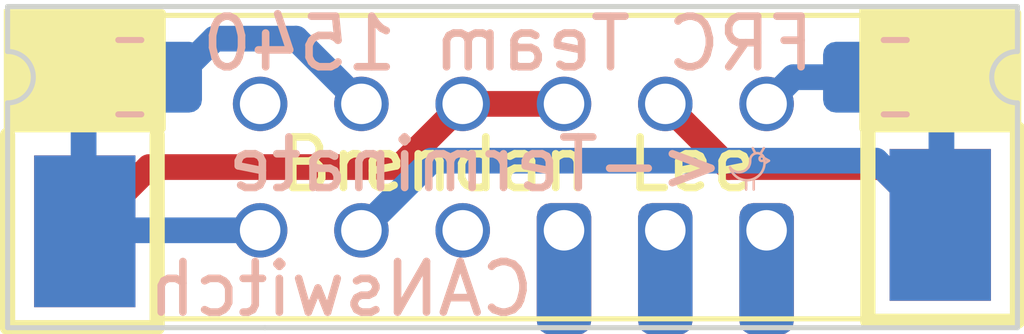
<source format=kicad_pcb>
(kicad_pcb (version 20221018) (generator pcbnew)
  (layers (0 "F.Cu" signal) (31 "B.Cu" signal) (34 "B.Paste" user) (35 "F.Paste" user) (36 "B.SilkS" user "B.Silkscreen") (37 "F.SilkS" user "F.Silkscreen") (38 "B.Mask" user) (39 "F.Mask" user) (44 "Edge.Cuts" user))
  (net 0 "")
  (net 1 "Net-(J2-Pin_1)")
  (net 2 "Net-(J2-Pin_2)")
  (net 8 "Net-(SW1A-B)")
  (net 9 "Net-(J1-Pin_2)")
  (net 10 "Net-(J1-Pin_1)")
  (net 11 "Net-(SW1B-C)")
  (footprint "Button_Switch_THT:★MFS401N−2−Z" (layer "F.Cu") (at 191.596 39.624)
    (fp_text reference "SW1" hide)
    (fp_text value "~" hide)
    (fp_line (start -7 -3) (end 7 -3) (stroke (width 0.1)) (layer "F.SilkS"))
    (fp_line (start -7 3) (end -7 -3) (stroke (width 0.1)) (layer "F.SilkS"))
    (fp_line (start 7 -3) (end 7 3) (stroke (width 0.1)) (layer "F.SilkS"))
    (fp_line (start 7 3) (end -7 3) (stroke (width 0.1)) (layer "F.SilkS"))
    (pad "1" thru_hole circle (at -5 -1.25) (size 1.0762 1.0762) (drill 0.8) (layers "*.Cu" "*.Mask"))
    (pad "2" thru_hole circle (at -3 -1.25) (size 1.0762 1.0762) (drill 0.8) (layers "*.Cu" "*.Mask") (net 8 "Net-(SW1A-B)"))
    (pad "3" thru_hole circle (at -1 -1.25) (size 1.0762 1.0762) (drill 0.8) (layers "*.Cu" "*.Mask") (net 2 "Net-(J2-Pin_2)"))
    (pad "4" thru_hole circle (at 1 -1.25) (size 1.0762 1.0762) (drill 0.8) (layers "*.Cu" "*.Mask") (net 2 "Net-(J2-Pin_2)"))
    (pad "5" thru_hole circle (at 3 -1.25) (size 1.0762 1.0762) (drill 0.8) (layers "*.Cu" "*.Mask") (net 9 "Net-(J1-Pin_2)"))
    (pad "6" thru_hole circle (at 5 -1.25) (size 1.0762 1.0762) (drill 0.8) (layers "*.Cu" "*.Mask") (net 11 "Net-(SW1B-C)"))
    (pad "7" thru_hole circle (at -5 1.25) (size 1.0762 1.0762) (drill 0.8) (layers "*.Cu" "*.Mask") (net 1 "Net-(J2-Pin_1)"))
    (pad "8" thru_hole circle (at -3 1.25) (size 1.0762 1.0762) (drill 0.8) (layers "*.Cu" "*.Mask") (net 10 "Net-(J1-Pin_1)"))
    (pad "9" thru_hole circle (at -1 1.25) (size 1.0762 1.0762) (drill 0.8) (layers "*.Cu" "*.Mask"))
    (pad "10" thru_hole roundrect (at 1 1.25) (size 1.0762 2.6002) (drill 0.8 (offset 0 0.762)) (layers "*.Cu" "*.Mask"))
    (pad "11" thru_hole roundrect (at 3 1.25) (size 1.0762 2.6002) (drill 0.8 (offset 0 0.762)) (layers "*.Cu" "*.Mask"))
    (pad "12" thru_hole roundrect (at 5 1.25) (size 1.0762 2.6002) (drill 0.8 (offset 0 0.762)) (layers "*.Cu" "*.Mask"))
  )
  (footprint "Library:WirePad2" (layer "B.Cu") (at 200.025 40.767)
    (fp_text reference "J1" hide)
    (fp_text value "Conn_01x02" hide)
    (pad "1" smd rect (at 0 0 180) (size 2 3) (layers "B.Cu" "B.Paste" "B.Mask") (net 10 "Net-(J1-Pin_1)"))
    (pad "2" smd rect (at 0 0 90) (size 3 2) (layers "F.Cu" "F.Paste" "F.Mask") (net 9 "Net-(J1-Pin_2)"))
  )
  (footprint "Resistor_SMD:R_0805_2012Metric" (layer "B.Cu") (at 199.136 37.846 180)
    (fp_text reference "R2" hide)
    (fp_text value "R" hide)
    (fp_line (start -0.227064 -0.735) (end 0.227064 -0.735) (stroke (width 0.12)) (layer "B.SilkS"))
    (fp_line (start -0.227064 0.735) (end 0.227064 0.735) (stroke (width 0.12)) (layer "B.SilkS"))
    (pad "1" smd roundrect (at -0.9125 0 180) (size 1.025 1.4) (layers "B.Cu" "B.Paste" "B.Mask") (roundrect_rratio 0.243902) (net 10 "Net-(J1-Pin_1)"))
    (pad "2" smd roundrect (at 0.9125 0 180) (size 1.025 1.4) (layers "B.Cu" "B.Paste" "B.Mask") (roundrect_rratio 0.243902) (net 11 "Net-(SW1B-C)"))
  )
  (footprint "Library:WirePad2" (layer "B.Cu") (at 183.134 40.894)
    (fp_text reference "J2" hide)
    (fp_text value "Conn_01x02" hide)
    (pad "1" smd rect (at 0 0 180) (size 2 3) (layers "B.Cu" "B.Paste" "B.Mask") (net 1 "Net-(J2-Pin_1)"))
    (pad "2" smd rect (at 0 0 90) (size 3 2) (layers "F.Cu" "F.Paste" "F.Mask") (net 2 "Net-(J2-Pin_2)"))
  )
  (footprint "Resistor_SMD:R_0805_2012Metric" (layer "B.Cu") (at 184.023 37.846 180)
    (fp_text reference "R1" hide)
    (fp_text value "R" hide)
    (fp_line (start -0.227064 -0.735) (end 0.227064 -0.735) (stroke (width 0.12)) (layer "B.SilkS"))
    (fp_line (start -0.227064 0.735) (end 0.227064 0.735) (stroke (width 0.12)) (layer "B.SilkS"))
    (pad "1" smd roundrect (at -0.9125 0 180) (size 1.025 1.4) (layers "B.Cu" "B.Paste" "B.Mask") (roundrect_rratio 0.243902) (net 8 "Net-(SW1A-B)"))
    (pad "2" smd roundrect (at 0.9125 0 180) (size 1.025 1.4) (layers "B.Cu" "B.Paste" "B.Mask") (roundrect_rratio 0.243902) (net 1 "Net-(J2-Pin_1)"))
  )
  (gr_arc (start 196.272 39.493141) (mid 196.124744 39.711962) (end 195.874057 39.629962) (stroke (width 0.05)) (layer "B.SilkS"))
  (gr_arc (start 196.542653 39.441009) (mid 196.304743 39.876646) (end 195.874057 39.629962) (stroke (width 0.05)) (layer "B.SilkS"))
  (gr_circle (center 196.502 39.458) (end 196.462 39.478) (stroke (width 0.05)) (fill none) (layer "B.SilkS"))
  (gr_arc (start 196.272 39.488) (mid 196.412 39.348) (end 196.552 39.488) (stroke (width 0.05)) (layer "B.SilkS"))
  (gr_line (start 196.642 39.498) (end 196.542653 39.441009) (stroke (width 0.05)) (layer "B.SilkS"))
  (gr_line (start 196.562 39.548) (end 196.642 39.498) (stroke (width 0.05)) (layer "B.SilkS"))
  (gr_line (start 196.342 40.068) (end 196.342 39.878) (stroke (width 0.05)) (layer "B.SilkS"))
  (gr_line (start 196.322 39.248) (end 196.372 39.348) (stroke (width 0.05)) (layer "B.SilkS"))
  (gr_line (start 196.542 39.248) (end 196.482 39.348) (stroke (width 0.05)) (layer "B.SilkS"))
  (gr_line (start 196.192 40.068) (end 196.192 39.908) (stroke (width 0.05)) (layer "B.SilkS"))
  (gr_line (start 184.563 42.799) (end 181.61 42.799) (stroke (width 0.3)) (layer "F.SilkS"))
  (gr_line (start 184.563 38.989) (end 184.563 42.799) (stroke (width 0.3)) (layer "F.SilkS"))
  (gr_line (start 198.596 42.672) (end 198.596 38.862) (stroke (width 0.3)) (layer "F.SilkS"))
  (gr_line (start 201.549 42.672) (end 198.596 42.672) (stroke (width 0.3)) (layer "F.SilkS"))
  (gr_rect (start 181.61 36.576) (end 184.658 38.862) (stroke (width 0.15)) (fill solid) (layer "F.SilkS"))
  (gr_rect (start 198.501 36.576) (end 201.549 38.862) (stroke (width 0.15)) (fill solid) (layer "F.SilkS"))
  (gr_line (start 181.61 42.799) (end 181.61 38.989) (stroke (width 0.3)) (layer "F.SilkS"))
  (gr_line (start 201.549 38.862) (end 201.549 42.672) (stroke (width 0.3)) (layer "F.SilkS"))
  (gr_line (start 181.61 36.449) (end 201.549 36.449) (stroke (width 0.1)) (layer "Edge.Cuts"))
  (gr_arc (start 201.549 38.354) (mid 201.041 37.846) (end 201.549 37.338) (stroke (width 0.1)) (layer "Edge.Cuts"))
  (gr_line (start 201.549 36.449) (end 201.549 37.338) (stroke (width 0.1)) (layer "Edge.Cuts"))
  (gr_line (start 201.549 42.799) (end 186.69 42.799) (stroke (width 0.1)) (layer "Edge.Cuts"))
  (gr_line (start 181.61 42.799) (end 181.61 38.354) (stroke (width 0.1)) (layer "Edge.Cuts"))
  (gr_line (start 186.69 42.799) (end 181.61 42.799) (stroke (width 0.1)) (layer "Edge.Cuts"))
  (gr_arc (start 181.61 37.338) (mid 182.118 37.846) (end 181.61 38.354) (stroke (width 0.1)) (layer "Edge.Cuts"))
  (gr_line (start 181.61 37.338) (end 181.61 36.449) (stroke (width 0.1)) (layer "Edge.Cuts"))
  (gr_line (start 201.549 38.354) (end 201.549 42.799) (stroke (width 0.1)) (layer "Edge.Cuts"))
  (gr_text "FRC Team 1540" (at 191.4906 37.7698) (layer "B.SilkS") (effects (font (size 1 1)) (justify bottom mirror)))
  (gr_text "CANswitch" (at 192.0748 42.6212) (layer "B.SilkS") (effects (font (size 1 1)) (justify left bottom mirror)))
  (gr_text "<-Terminate" (at 195.834 40.1574) (layer "B.SilkS") (effects (font (size 1 1)) (justify left bottom mirror)))
  (gr_text "Brendan Lee" (at 191.6938 40.1574) (layer "F.SilkS") (effects (font (size 1 1)) (justify bottom)))
  (segment (start 183.154 40.874) (end 183.134 40.894) (width 0.508) (layer "B.Cu") (net 1))
  (segment (start 183.1105 37.846) (end 183.1105 40.8705) (width 0.508) (layer "B.Cu") (net 1))
  (segment (start 186.596 40.874) (end 183.154 40.874) (width 0.508) (layer "B.Cu") (net 1))
  (segment (start 183.1105 40.8705) (end 183.134 40.894) (width 0.508) (layer "B.Cu") (net 1))
  (segment (start 183.134 40.894) (end 184.404 39.624) (width 0.508) (layer "F.Cu") (net 2))
  (segment (start 184.404 39.624) (end 189.346 39.624) (width 0.508) (layer "F.Cu") (net 2))
  (segment (start 190.596 38.374) (end 192.596 38.374) (width 0.508) (layer "F.Cu") (net 2))
  (segment (start 189.346 39.624) (end 190.596 38.374) (width 0.508) (layer "F.Cu") (net 2))
  (segment (start 185.6975 37.084) (end 187.306 37.084) (width 0.508) (layer "B.Cu") (net 8))
  (segment (start 184.9355 37.846) (end 185.6975 37.084) (width 0.508) (layer "B.Cu") (net 8))
  (segment (start 187.306 37.084) (end 188.596 38.374) (width 0.508) (layer "B.Cu") (net 8))
  (segment (start 194.596 38.374) (end 195.846 39.624) (width 0.508) (layer "F.Cu") (net 9))
  (segment (start 195.846 39.624) (end 198.882 39.624) (width 0.508) (layer "F.Cu") (net 9))
  (segment (start 198.882 39.624) (end 200.025 40.767) (width 0.508) (layer "F.Cu") (net 9))
  (segment (start 189.973 39.497) (end 198.755 39.497) (width 0.508) (layer "B.Cu") (net 10))
  (segment (start 200.0485 37.846) (end 200.0485 40.7435) (width 0.508) (layer "B.Cu") (net 10))
  (segment (start 188.596 40.874) (end 189.973 39.497) (width 0.508) (layer "B.Cu") (net 10))
  (segment (start 198.755 39.497) (end 200.025 40.767) (width 0.508) (layer "B.Cu") (net 10))
  (segment (start 200.0485 40.7435) (end 200.025 40.767) (width 0.508) (layer "B.Cu") (net 10))
  (segment (start 198.2235 37.846) (end 197.124 37.846) (width 0.508) (layer "B.Cu") (net 11))
  (segment (start 197.124 37.846) (end 196.596 38.374) (width 0.508) (layer "B.Cu") (net 11))
)
</source>
